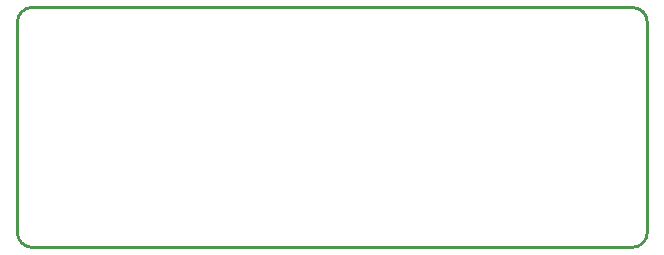
<source format=gbr>
G04 start of page 4 for group 2 idx 2 *
G04 Title: (unknown), outline *
G04 Creator: pcb 20110918 *
G04 CreationDate: Wed Aug  7 17:59:57 2013 UTC *
G04 For: mokus *
G04 Format: Gerber/RS-274X *
G04 PCB-Dimensions: 210000 80000 *
G04 PCB-Coordinate-Origin: lower left *
%MOIN*%
%FSLAX25Y25*%
%LNOUTLINE*%
%ADD41C,0.0100*%
G54D41*X0Y5000D02*Y75000D01*
X210000D02*Y5000D01*
X5000Y80000D02*X205000D01*
X5000Y0D02*X205000D01*
X0Y75000D02*G75*G02X5000Y80000I5000J0D01*G01*
X205000D02*G75*G02X210000Y75000I0J-5000D01*G01*
X205000Y0D02*G75*G03X210000Y5000I0J5000D01*G01*
X0D02*G75*G03X5000Y0I5000J0D01*G01*
M02*

</source>
